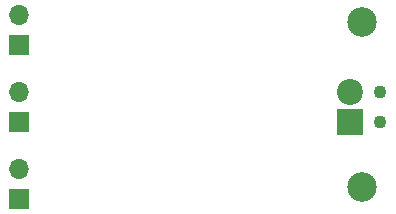
<source format=gbs>
G04 #@! TF.GenerationSoftware,KiCad,Pcbnew,7.0.2*
G04 #@! TF.CreationDate,2023-05-22T14:58:51+02:00*
G04 #@! TF.ProjectId,relaismsofet correctie,72656c61-6973-46d7-936f-66657420636f,rev?*
G04 #@! TF.SameCoordinates,Original*
G04 #@! TF.FileFunction,Soldermask,Bot*
G04 #@! TF.FilePolarity,Negative*
%FSLAX46Y46*%
G04 Gerber Fmt 4.6, Leading zero omitted, Abs format (unit mm)*
G04 Created by KiCad (PCBNEW 7.0.2) date 2023-05-22 14:58:51*
%MOMM*%
%LPD*%
G01*
G04 APERTURE LIST*
%ADD10C,2.500000*%
%ADD11C,1.100000*%
%ADD12R,2.200000X2.200000*%
%ADD13C,2.200000*%
%ADD14R,1.700000X1.700000*%
%ADD15O,1.700000X1.700000*%
G04 APERTURE END LIST*
D10*
X111000000Y-89000000D03*
D11*
X112540000Y-83500000D03*
X112540000Y-80960000D03*
D12*
X110000000Y-83500000D03*
D13*
X110000000Y-80960000D03*
D10*
X111000000Y-75000000D03*
D14*
X82000000Y-77000000D03*
D15*
X82000000Y-74460000D03*
D14*
X82000000Y-83500000D03*
D15*
X82000000Y-80960000D03*
D14*
X82000000Y-90000000D03*
D15*
X82000000Y-87460000D03*
M02*

</source>
